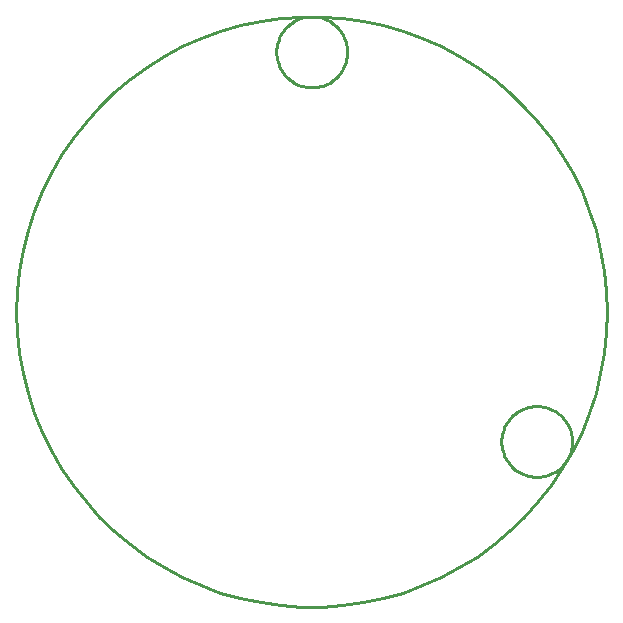
<source format=gko>
%FSDAX23Y23*%
%MOIN*%
%SFA1B1*%

%IPPOS*%
%ADD34C,0.010000*%
%LNdriver-1*%
%LPD*%
G54D34*
X02813Y03910D02*
D01*
X02812Y03919*
X02812Y03927*
X02810Y03935*
X02808Y03943*
X02806Y03951*
X02802Y03958*
X02799Y03966*
X02795Y03973*
X02790Y03980*
X02785Y03986*
X02780Y03992*
X02774Y03998*
X02767Y04003*
X02761Y04008*
X02754Y04013*
X02746Y04017*
X02739Y04020*
X02731Y04023*
X02723Y04025*
X02715Y04027*
X02707Y04028*
X02699Y04028*
X02690*
X02682Y04028*
X02674Y04027*
X02666Y04025*
X02658Y04023*
X02650Y04020*
X02643Y04017*
X02636Y04013*
X02629Y04008*
X02622Y04003*
X02616Y03998*
X02610Y03992*
X02604Y03986*
X02599Y03980*
X02594Y03973*
X02590Y03966*
X02587Y03958*
X02584Y03951*
X02581Y03943*
X02579Y03935*
X02578Y03927*
X02577Y03919*
X02577Y03910*
X02577Y03902*
X02578Y03894*
X02579Y03886*
X02581Y03878*
X02584Y03870*
X02587Y03862*
X02590Y03855*
X02594Y03848*
X02599Y03841*
X02604Y03834*
X02610Y03828*
X02616Y03823*
X02622Y03817*
X02629Y03812*
X02636Y03808*
X02643Y03804*
X02650Y03801*
X02658Y03798*
X02666Y03796*
X02674Y03794*
X02682Y03793*
X02690Y03792*
X02699*
X02707Y03793*
X02715Y03794*
X02723Y03796*
X02731Y03798*
X02739Y03801*
X02746Y03804*
X02754Y03808*
X02761Y03812*
X02767Y03817*
X02774Y03823*
X02780Y03828*
X02785Y03834*
X02790Y03841*
X02795Y03848*
X02799Y03855*
X02802Y03862*
X02806Y03870*
X02808Y03878*
X02810Y03886*
X02812Y03894*
X02812Y03902*
X02813Y03910*
X03563Y02611D02*
D01*
X03563Y02619*
X03562Y02628*
X03560Y02636*
X03558Y02644*
X03556Y02652*
X03553Y02659*
X03549Y02667*
X03545Y02674*
X03540Y02681*
X03535Y02687*
X03530Y02693*
X03524Y02699*
X03517Y02704*
X03511Y02709*
X03504Y02713*
X03496Y02717*
X03489Y02721*
X03481Y02724*
X03473Y02726*
X03465Y02728*
X03457Y02729*
X03449Y02729*
X03441*
X03432Y02729*
X03424Y02728*
X03416Y02726*
X03408Y02724*
X03400Y02721*
X03393Y02717*
X03386Y02713*
X03379Y02709*
X03372Y02704*
X03366Y02699*
X03360Y02693*
X03354Y02687*
X03349Y02681*
X03345Y02674*
X03340Y02667*
X03337Y02659*
X03334Y02652*
X03331Y02644*
X03329Y02636*
X03328Y02628*
X03327Y02619*
X03327Y02611*
X03327Y02603*
X03328Y02595*
X03329Y02587*
X03331Y02579*
X03334Y02571*
X03337Y02563*
X03340Y02556*
X03345Y02549*
X03349Y02542*
X03354Y02535*
X03360Y02529*
X03366Y02523*
X03372Y02518*
X03379Y02513*
X03386Y02509*
X03393Y02505*
X03400Y02502*
X03408Y02499*
X03416Y02497*
X03424Y02495*
X03432Y02494*
X03441Y02493*
X03449*
X03457Y02494*
X03465Y02495*
X03473Y02497*
X03481Y02499*
X03489Y02502*
X03496Y02505*
X03504Y02509*
X03511Y02513*
X03517Y02518*
X03524Y02523*
X03530Y02529*
X03535Y02535*
X03540Y02542*
X03545Y02549*
X03549Y02556*
X03553Y02563*
X03556Y02571*
X03558Y02579*
X03560Y02587*
X03562Y02595*
X03563Y02603*
X03563Y02611*
X03679Y03044D02*
D01*
X03677Y03113*
X03669Y03181*
X03657Y03249*
X03641Y03316*
X03620Y03381*
X03594Y03445*
X03564Y03506*
X03529Y03566*
X03491Y03623*
X03449Y03677*
X03403Y03728*
X03353Y03776*
X03301Y03820*
X03245Y03860*
X03187Y03897*
X03126Y03929*
X03063Y03957*
X02999Y03980*
X02933Y03999*
X02866Y04014*
X02797Y04023*
X02729Y04028*
X02660*
X02592Y04023*
X02524Y04014*
X02456Y03999*
X02390Y03980*
X02326Y03957*
X02263Y03929*
X02202Y03897*
X02144Y03860*
X02089Y03820*
X02036Y03776*
X01987Y03728*
X01941Y03677*
X01898Y03623*
X01860Y03566*
X01826Y03506*
X01795Y03445*
X01770Y03381*
X01748Y03316*
X01732Y03249*
X01720Y03181*
X01713Y03113*
X01710Y03044*
X01713Y02976*
X01720Y02907*
X01732Y02840*
X01748Y02773*
X01770Y02708*
X01795Y02644*
X01826Y02582*
X01860Y02523*
X01898Y02466*
X01941Y02412*
X01987Y02361*
X02036Y02313*
X02089Y02269*
X02144Y02228*
X02202Y02192*
X02263Y02160*
X02326Y02132*
X02390Y02108*
X02456Y02089*
X02524Y02075*
X02592Y02065*
X02660Y02061*
X02729*
X02797Y02065*
X02866Y02075*
X02933Y02089*
X02999Y02108*
X03063Y02132*
X03126Y02160*
X03187Y02192*
X03245Y02228*
X03301Y02269*
X03353Y02313*
X03403Y02361*
X03449Y02412*
X03491Y02466*
X03529Y02523*
X03564Y02582*
X03594Y02644*
X03620Y02708*
X03641Y02773*
X03657Y02840*
X03669Y02907*
X03677Y02976*
X03679Y03044*
M02*
</source>
